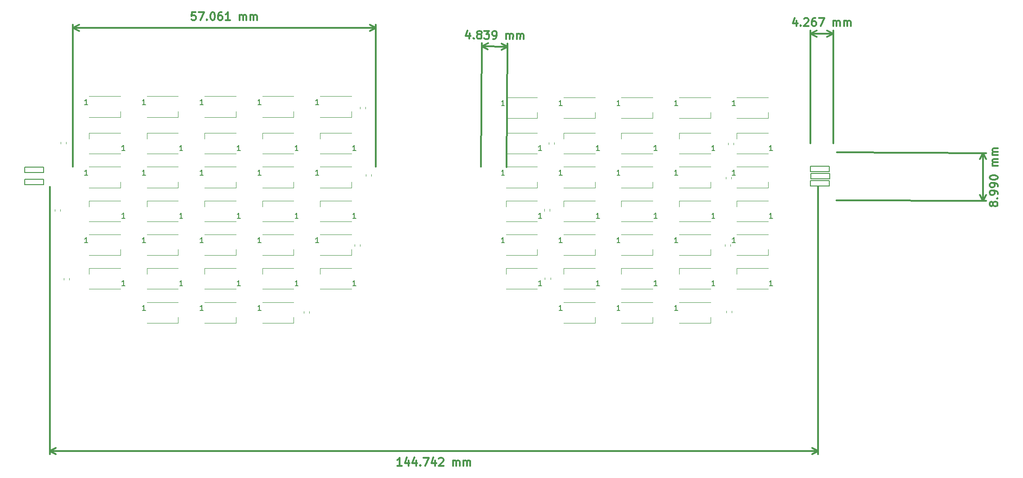
<source format=gbr>
G04 #@! TF.GenerationSoftware,KiCad,Pcbnew,(5.0.1)-3*
G04 #@! TF.CreationDate,2019-10-19T12:43:43+10:30*
G04 #@! TF.ProjectId,LED Glasses v2,4C454420476C61737365732076322E6B,rev?*
G04 #@! TF.SameCoordinates,Original*
G04 #@! TF.FileFunction,Legend,Top*
G04 #@! TF.FilePolarity,Positive*
%FSLAX46Y46*%
G04 Gerber Fmt 4.6, Leading zero omitted, Abs format (unit mm)*
G04 Created by KiCad (PCBNEW (5.0.1)-3) date 19/10/2019 12:43:43 PM*
%MOMM*%
%LPD*%
G01*
G04 APERTURE LIST*
%ADD10C,0.300000*%
%ADD11C,0.120000*%
%ADD12C,0.150000*%
G04 APERTURE END LIST*
D10*
X232290400Y-72614585D02*
X232290400Y-73614585D01*
X231933257Y-72043156D02*
X231576115Y-73114585D01*
X232504686Y-73114585D01*
X233076115Y-73471728D02*
X233147543Y-73543156D01*
X233076115Y-73614585D01*
X233004686Y-73543156D01*
X233076115Y-73471728D01*
X233076115Y-73614585D01*
X233718972Y-72257442D02*
X233790400Y-72186014D01*
X233933257Y-72114585D01*
X234290400Y-72114585D01*
X234433257Y-72186014D01*
X234504686Y-72257442D01*
X234576115Y-72400299D01*
X234576115Y-72543156D01*
X234504686Y-72757442D01*
X233647543Y-73614585D01*
X234576115Y-73614585D01*
X235861829Y-72114585D02*
X235576115Y-72114585D01*
X235433257Y-72186014D01*
X235361829Y-72257442D01*
X235218972Y-72471728D01*
X235147543Y-72757442D01*
X235147543Y-73328871D01*
X235218972Y-73471728D01*
X235290400Y-73543156D01*
X235433257Y-73614585D01*
X235718972Y-73614585D01*
X235861829Y-73543156D01*
X235933257Y-73471728D01*
X236004686Y-73328871D01*
X236004686Y-72971728D01*
X235933257Y-72828871D01*
X235861829Y-72757442D01*
X235718972Y-72686014D01*
X235433257Y-72686014D01*
X235290400Y-72757442D01*
X235218972Y-72828871D01*
X235147543Y-72971728D01*
X236504686Y-72114585D02*
X237504686Y-72114585D01*
X236861829Y-73614585D01*
X239218972Y-73614585D02*
X239218972Y-72614585D01*
X239218972Y-72757442D02*
X239290400Y-72686014D01*
X239433257Y-72614585D01*
X239647543Y-72614585D01*
X239790400Y-72686014D01*
X239861829Y-72828871D01*
X239861829Y-73614585D01*
X239861829Y-72828871D02*
X239933257Y-72686014D01*
X240076115Y-72614585D01*
X240290400Y-72614585D01*
X240433257Y-72686014D01*
X240504686Y-72828871D01*
X240504686Y-73614585D01*
X241218972Y-73614585D02*
X241218972Y-72614585D01*
X241218972Y-72757442D02*
X241290400Y-72686014D01*
X241433257Y-72614585D01*
X241647543Y-72614585D01*
X241790400Y-72686014D01*
X241861829Y-72828871D01*
X241861829Y-73614585D01*
X241861829Y-72828871D02*
X241933257Y-72686014D01*
X242076115Y-72614585D01*
X242290400Y-72614585D01*
X242433257Y-72686014D01*
X242504686Y-72828871D01*
X242504686Y-73614585D01*
X239209715Y-75036014D02*
X234942515Y-75036014D01*
X239209715Y-95724314D02*
X239209715Y-74449593D01*
X234942515Y-95724314D02*
X234942515Y-74449593D01*
X234942515Y-75036014D02*
X236069019Y-74449593D01*
X234942515Y-75036014D02*
X236069019Y-75622435D01*
X239209715Y-75036014D02*
X238083211Y-74449593D01*
X239209715Y-75036014D02*
X238083211Y-75622435D01*
X269306914Y-107288862D02*
X269234789Y-107431369D01*
X269163013Y-107502448D01*
X269019809Y-107573178D01*
X268948381Y-107572830D01*
X268805874Y-107500705D01*
X268734795Y-107428929D01*
X268664064Y-107285725D01*
X268665459Y-107000014D01*
X268737584Y-106857507D01*
X268809360Y-106786428D01*
X268952564Y-106715697D01*
X269023992Y-106716046D01*
X269166498Y-106788171D01*
X269237578Y-106859947D01*
X269308308Y-107003151D01*
X269306914Y-107288862D01*
X269377645Y-107432066D01*
X269448724Y-107503842D01*
X269591231Y-107575967D01*
X269876941Y-107577361D01*
X270020145Y-107506631D01*
X270091922Y-107435551D01*
X270164047Y-107293044D01*
X270165441Y-107007334D01*
X270094710Y-106864130D01*
X270023631Y-106792353D01*
X269881124Y-106720228D01*
X269595413Y-106718834D01*
X269452209Y-106789565D01*
X269380433Y-106860644D01*
X269308308Y-107003151D01*
X270027117Y-106078076D02*
X270098893Y-106006997D01*
X270169972Y-106078773D01*
X270098196Y-106149852D01*
X270027117Y-106078076D01*
X270169972Y-106078773D01*
X270173806Y-105293068D02*
X270175201Y-105007357D01*
X270104470Y-104864153D01*
X270033391Y-104792377D01*
X269819805Y-104648476D01*
X269534443Y-104575654D01*
X268963021Y-104572865D01*
X268819817Y-104643596D01*
X268748041Y-104714675D01*
X268675916Y-104857182D01*
X268674521Y-105142893D01*
X268745252Y-105286097D01*
X268816331Y-105357873D01*
X268958838Y-105429998D01*
X269315977Y-105431741D01*
X269459181Y-105361010D01*
X269530957Y-105289931D01*
X269603082Y-105147424D01*
X269604476Y-104861713D01*
X269533745Y-104718509D01*
X269462666Y-104646733D01*
X269320159Y-104574608D01*
X270180778Y-103864514D02*
X270182172Y-103578803D01*
X270111441Y-103435599D01*
X270040362Y-103363823D01*
X269826776Y-103219922D01*
X269541414Y-103147100D01*
X268969992Y-103144311D01*
X268826788Y-103215042D01*
X268755012Y-103286121D01*
X268682887Y-103428628D01*
X268681493Y-103714339D01*
X268752223Y-103857543D01*
X268823302Y-103929319D01*
X268965809Y-104001444D01*
X269322948Y-104003187D01*
X269466152Y-103932456D01*
X269537928Y-103861377D01*
X269610053Y-103718870D01*
X269611447Y-103433159D01*
X269540717Y-103289955D01*
X269469638Y-103218179D01*
X269327131Y-103146054D01*
X268688813Y-102214356D02*
X268689510Y-102071501D01*
X268761635Y-101928994D01*
X268833411Y-101857915D01*
X268976615Y-101787184D01*
X269262674Y-101717151D01*
X269619813Y-101718894D01*
X269905175Y-101791716D01*
X270047682Y-101863841D01*
X270118761Y-101935617D01*
X270189492Y-102078821D01*
X270188795Y-102221676D01*
X270116670Y-102364183D01*
X270044894Y-102435262D01*
X269901690Y-102505993D01*
X269615630Y-102576026D01*
X269258492Y-102574284D01*
X268973129Y-102501462D01*
X268830622Y-102429337D01*
X268759543Y-102357560D01*
X268688813Y-102214356D01*
X270199949Y-99935989D02*
X269199961Y-99931109D01*
X269342816Y-99931806D02*
X269271737Y-99860030D01*
X269201006Y-99716826D01*
X269202052Y-99502543D01*
X269274177Y-99360036D01*
X269417381Y-99289306D01*
X270203086Y-99293140D01*
X269417381Y-99289306D02*
X269274874Y-99217181D01*
X269204143Y-99073977D01*
X269205189Y-98859694D01*
X269277314Y-98717187D01*
X269420518Y-98646456D01*
X270206223Y-98650290D01*
X270209709Y-97936013D02*
X269209721Y-97931133D01*
X269352576Y-97931830D02*
X269281497Y-97860054D01*
X269210766Y-97716850D01*
X269211812Y-97502567D01*
X269283937Y-97360060D01*
X269427141Y-97289329D01*
X270212846Y-97293164D01*
X269427141Y-97289329D02*
X269284634Y-97217204D01*
X269213903Y-97074000D01*
X269214949Y-96859717D01*
X269287074Y-96717210D01*
X269430278Y-96646480D01*
X270215983Y-96650314D01*
X267432890Y-97570146D02*
X267389018Y-106560379D01*
X239896072Y-97435767D02*
X268019304Y-97573007D01*
X239852200Y-106426000D02*
X267975432Y-106563240D01*
X267389018Y-106560379D02*
X266808101Y-105431027D01*
X267389018Y-106560379D02*
X267980929Y-105436750D01*
X267432890Y-97570146D02*
X266840979Y-98693775D01*
X267432890Y-97570146D02*
X268013807Y-98699498D01*
X157928195Y-156487535D02*
X157071052Y-156487535D01*
X157499624Y-156487535D02*
X157499624Y-154987535D01*
X157356766Y-155201821D01*
X157213909Y-155344678D01*
X157071052Y-155416106D01*
X159213909Y-155487535D02*
X159213909Y-156487535D01*
X158856766Y-154916106D02*
X158499624Y-155987535D01*
X159428195Y-155987535D01*
X160642481Y-155487535D02*
X160642481Y-156487535D01*
X160285338Y-154916106D02*
X159928195Y-155987535D01*
X160856766Y-155987535D01*
X161428195Y-156344678D02*
X161499624Y-156416106D01*
X161428195Y-156487535D01*
X161356766Y-156416106D01*
X161428195Y-156344678D01*
X161428195Y-156487535D01*
X161999624Y-154987535D02*
X162999624Y-154987535D01*
X162356766Y-156487535D01*
X164213909Y-155487535D02*
X164213909Y-156487535D01*
X163856766Y-154916106D02*
X163499624Y-155987535D01*
X164428195Y-155987535D01*
X164928195Y-155130392D02*
X164999624Y-155058964D01*
X165142481Y-154987535D01*
X165499624Y-154987535D01*
X165642481Y-155058964D01*
X165713909Y-155130392D01*
X165785338Y-155273249D01*
X165785338Y-155416106D01*
X165713909Y-155630392D01*
X164856766Y-156487535D01*
X165785338Y-156487535D01*
X167571052Y-156487535D02*
X167571052Y-155487535D01*
X167571052Y-155630392D02*
X167642481Y-155558964D01*
X167785338Y-155487535D01*
X167999624Y-155487535D01*
X168142481Y-155558964D01*
X168213909Y-155701821D01*
X168213909Y-156487535D01*
X168213909Y-155701821D02*
X168285338Y-155558964D01*
X168428195Y-155487535D01*
X168642481Y-155487535D01*
X168785338Y-155558964D01*
X168856766Y-155701821D01*
X168856766Y-156487535D01*
X169571052Y-156487535D02*
X169571052Y-155487535D01*
X169571052Y-155630392D02*
X169642481Y-155558964D01*
X169785338Y-155487535D01*
X169999624Y-155487535D01*
X170142481Y-155558964D01*
X170213909Y-155701821D01*
X170213909Y-156487535D01*
X170213909Y-155701821D02*
X170285338Y-155558964D01*
X170428195Y-155487535D01*
X170642481Y-155487535D01*
X170785338Y-155558964D01*
X170856766Y-155701821D01*
X170856766Y-156487535D01*
X91628674Y-153708964D02*
X236370574Y-153708964D01*
X91628674Y-103886864D02*
X91628674Y-154295385D01*
X236370574Y-103886864D02*
X236370574Y-154295385D01*
X236370574Y-153708964D02*
X235244070Y-154295385D01*
X236370574Y-153708964D02*
X235244070Y-153122543D01*
X91628674Y-153708964D02*
X92755178Y-154295385D01*
X91628674Y-153708964D02*
X92755178Y-153122543D01*
X119099762Y-70998606D02*
X118385476Y-70998447D01*
X118313889Y-71712717D01*
X118385333Y-71641304D01*
X118528206Y-71569907D01*
X118885349Y-71569987D01*
X119028190Y-71641447D01*
X119099603Y-71712891D01*
X119171000Y-71855764D01*
X119170920Y-72212907D01*
X119099460Y-72355749D01*
X119028016Y-72427161D01*
X118885142Y-72498558D01*
X118528000Y-72498479D01*
X118385158Y-72427018D01*
X118313746Y-72355574D01*
X119671191Y-70998733D02*
X120671191Y-70998955D01*
X120028000Y-72498812D01*
X121242317Y-72356225D02*
X121313730Y-72427670D01*
X121242285Y-72499083D01*
X121170873Y-72427638D01*
X121242317Y-72356225D01*
X121242285Y-72499083D01*
X122242619Y-70999305D02*
X122385476Y-70999337D01*
X122528317Y-71070797D01*
X122599730Y-71142242D01*
X122671127Y-71285115D01*
X122742492Y-71570845D01*
X122742412Y-71927988D01*
X122670920Y-72213686D01*
X122599460Y-72356528D01*
X122528015Y-72427940D01*
X122385142Y-72499337D01*
X122242285Y-72499305D01*
X122099444Y-72427845D01*
X122028031Y-72356400D01*
X121956635Y-72213527D01*
X121885270Y-71927797D01*
X121885349Y-71570654D01*
X121956841Y-71284956D01*
X122028302Y-71142115D01*
X122099746Y-71070702D01*
X122242619Y-70999305D01*
X124028333Y-70999703D02*
X123742619Y-70999639D01*
X123599746Y-71071036D01*
X123528302Y-71142449D01*
X123385397Y-71356702D01*
X123313905Y-71642401D01*
X123313777Y-72213829D01*
X123385174Y-72356702D01*
X123456587Y-72428147D01*
X123599428Y-72499607D01*
X123885142Y-72499671D01*
X124028015Y-72428274D01*
X124099460Y-72356861D01*
X124170920Y-72214020D01*
X124171000Y-71856877D01*
X124099603Y-71714004D01*
X124028190Y-71642560D01*
X123885349Y-71571099D01*
X123599635Y-71571036D01*
X123456762Y-71642433D01*
X123385317Y-71713845D01*
X123313857Y-71856687D01*
X125599428Y-72500052D02*
X124742285Y-72499862D01*
X125170857Y-72499957D02*
X125171190Y-70999957D01*
X125028286Y-71214211D01*
X124885397Y-71357036D01*
X124742524Y-71428433D01*
X127385142Y-72500450D02*
X127385365Y-71500450D01*
X127385333Y-71643307D02*
X127456777Y-71571894D01*
X127599651Y-71500498D01*
X127813936Y-71500545D01*
X127956777Y-71572006D01*
X128028174Y-71714879D01*
X128027999Y-72500593D01*
X128028174Y-71714879D02*
X128099635Y-71572037D01*
X128242508Y-71500641D01*
X128456793Y-71500688D01*
X128599635Y-71572149D01*
X128671031Y-71715022D01*
X128670857Y-72500736D01*
X129385142Y-72500895D02*
X129385365Y-71500895D01*
X129385333Y-71643752D02*
X129456777Y-71572339D01*
X129599650Y-71500943D01*
X129813936Y-71500990D01*
X129956777Y-71572451D01*
X130028174Y-71715324D01*
X130027999Y-72501038D01*
X130028174Y-71715324D02*
X130099635Y-71572483D01*
X130242508Y-71501086D01*
X130456793Y-71501133D01*
X130599635Y-71572594D01*
X130671031Y-71715467D01*
X130670856Y-72501181D01*
X95997134Y-73914893D02*
X153058234Y-73927593D01*
X95991300Y-100126800D02*
X95997264Y-73328472D01*
X153052400Y-100139500D02*
X153058364Y-73341172D01*
X153058234Y-73927593D02*
X151931600Y-74513763D01*
X153058234Y-73927593D02*
X151931861Y-73340922D01*
X95997134Y-73914893D02*
X97123507Y-74501564D01*
X95997134Y-73914893D02*
X97123768Y-73328723D01*
X170691169Y-75002121D02*
X170683296Y-76002090D01*
X170338537Y-74427898D02*
X169972969Y-75496482D01*
X170901512Y-75503793D01*
X171470110Y-75865424D02*
X171540974Y-75937413D01*
X171468986Y-76008277D01*
X171398122Y-75936288D01*
X171470110Y-75865424D01*
X171468986Y-76008277D01*
X172404277Y-75158472D02*
X172261987Y-75085921D01*
X172191123Y-75013932D01*
X172120821Y-74870517D01*
X172121384Y-74799090D01*
X172193935Y-74656800D01*
X172265924Y-74585936D01*
X172409339Y-74515635D01*
X172695044Y-74517884D01*
X172837335Y-74590435D01*
X172908199Y-74662424D01*
X172978500Y-74805839D01*
X172977938Y-74877266D01*
X172905386Y-75019556D01*
X172833398Y-75090420D01*
X172689983Y-75160722D01*
X172404277Y-75158472D01*
X172260862Y-75228773D01*
X172188873Y-75299637D01*
X172116322Y-75441928D01*
X172114072Y-75727633D01*
X172184374Y-75871048D01*
X172255238Y-75943037D01*
X172397528Y-76015588D01*
X172683234Y-76017838D01*
X172826649Y-75947536D01*
X172898638Y-75876672D01*
X172971189Y-75734382D01*
X172973438Y-75448677D01*
X172903137Y-75305261D01*
X172832273Y-75233273D01*
X172689983Y-75160722D01*
X173480734Y-74524071D02*
X174409277Y-74531382D01*
X173904793Y-75098856D01*
X174119072Y-75100543D01*
X174261362Y-75173095D01*
X174332226Y-75245083D01*
X174402528Y-75388498D01*
X174399716Y-75745630D01*
X174327165Y-75887921D01*
X174255176Y-75958785D01*
X174111761Y-76029086D01*
X173683203Y-76025712D01*
X173540912Y-75953160D01*
X173470048Y-75881172D01*
X175111730Y-76036960D02*
X175397435Y-76039209D01*
X175540850Y-75968908D01*
X175612839Y-75898044D01*
X175757379Y-75684890D01*
X175831055Y-75399747D01*
X175835554Y-74828336D01*
X175765253Y-74684921D01*
X175694389Y-74612932D01*
X175552099Y-74540381D01*
X175266393Y-74538131D01*
X175122978Y-74608433D01*
X175050989Y-74679297D01*
X174978438Y-74821587D01*
X174975626Y-75178719D01*
X175045928Y-75322134D01*
X175116792Y-75394123D01*
X175259082Y-75466674D01*
X175544787Y-75468923D01*
X175688202Y-75398622D01*
X175760191Y-75327758D01*
X175832742Y-75185468D01*
X177611652Y-76056644D02*
X177619526Y-75056675D01*
X177618401Y-75199528D02*
X177690390Y-75128664D01*
X177833805Y-75058362D01*
X178048084Y-75060050D01*
X178190375Y-75132601D01*
X178260676Y-75276016D01*
X178254490Y-76061706D01*
X178260676Y-75276016D02*
X178333227Y-75133726D01*
X178476642Y-75063424D01*
X178690921Y-75065111D01*
X178833212Y-75137663D01*
X178903513Y-75281078D01*
X178897327Y-76066768D01*
X179611590Y-76072392D02*
X179619464Y-75072423D01*
X179618339Y-75215276D02*
X179690328Y-75144412D01*
X179833743Y-75074110D01*
X180048022Y-75075797D01*
X180190313Y-75148348D01*
X180260614Y-75291764D01*
X180254428Y-76077454D01*
X180260614Y-75291764D02*
X180333165Y-75149473D01*
X180476580Y-75079172D01*
X180690859Y-75080859D01*
X180833150Y-75153410D01*
X180903451Y-75296825D01*
X180897265Y-76082515D01*
X177877020Y-77480207D02*
X173038320Y-77442107D01*
X177698400Y-100164900D02*
X177881637Y-76893805D01*
X172859700Y-100126800D02*
X173042937Y-76855705D01*
X173038320Y-77442107D02*
X174169406Y-76864574D01*
X173038320Y-77442107D02*
X174160171Y-78037379D01*
X177877020Y-77480207D02*
X176755169Y-76884935D01*
X177877020Y-77480207D02*
X176745934Y-78057740D01*
D11*
G04 #@! TO.C,D53*
X205200000Y-104050000D02*
X205200000Y-102975000D01*
X199300000Y-104050000D02*
X205200000Y-104050000D01*
X199300000Y-100150000D02*
X205200000Y-100150000D01*
D12*
G04 #@! TO.C,J4*
X238493300Y-102768400D02*
X234937300Y-102768400D01*
X238493300Y-103784400D02*
X238493300Y-102768400D01*
X234937300Y-103784400D02*
X238493300Y-103784400D01*
X234937300Y-102768400D02*
X234937300Y-103784400D01*
G04 #@! TO.C,J5*
X234873800Y-100063300D02*
X234873800Y-101079300D01*
X234873800Y-101079300D02*
X238429800Y-101079300D01*
X238429800Y-101079300D02*
X238429800Y-100063300D01*
X238429800Y-100063300D02*
X234873800Y-100063300D01*
G04 #@! TO.C,J2*
X90474800Y-100152200D02*
X86918800Y-100152200D01*
X90474800Y-101168200D02*
X90474800Y-100152200D01*
X86918800Y-101168200D02*
X90474800Y-101168200D01*
X86918800Y-100152200D02*
X86918800Y-101168200D01*
G04 #@! TO.C,J3*
X86918800Y-102501700D02*
X86918800Y-103517700D01*
X86918800Y-103517700D02*
X90474800Y-103517700D01*
X90474800Y-103517700D02*
X90474800Y-102501700D01*
X90474800Y-102501700D02*
X86918800Y-102501700D01*
G04 #@! TO.C,J1*
X234952209Y-101409570D02*
X234952209Y-102425570D01*
X234952209Y-102425570D02*
X238508209Y-102425570D01*
X238508209Y-102425570D02*
X238508209Y-101409570D01*
X238508209Y-101409570D02*
X234952209Y-101409570D01*
D11*
G04 #@! TO.C,D51*
X188425000Y-125650000D02*
X194325000Y-125650000D01*
X188425000Y-129550000D02*
X194325000Y-129550000D01*
X194325000Y-129550000D02*
X194325000Y-128475000D01*
G04 #@! TO.C,C1*
X93673200Y-95827667D02*
X93673200Y-95485133D01*
X94693200Y-95827667D02*
X94693200Y-95485133D01*
G04 #@! TO.C,C14*
X220461300Y-95954667D02*
X220461300Y-95612133D01*
X219441300Y-95954667D02*
X219441300Y-95612133D01*
G04 #@! TO.C,C13*
X151153400Y-101582433D02*
X151153400Y-101924967D01*
X152173400Y-101582433D02*
X152173400Y-101924967D01*
G04 #@! TO.C,C12*
X151119300Y-88817633D02*
X151119300Y-89160167D01*
X150099300Y-88817633D02*
X150099300Y-89160167D01*
G04 #@! TO.C,C11*
X219877100Y-114751033D02*
X219877100Y-115093567D01*
X218857100Y-114751033D02*
X218857100Y-115093567D01*
G04 #@! TO.C,C10*
X218984100Y-102076433D02*
X218984100Y-102418967D01*
X220004100Y-102076433D02*
X220004100Y-102418967D01*
G04 #@! TO.C,C8*
X184910000Y-121329267D02*
X184910000Y-120986733D01*
X185930000Y-121329267D02*
X185930000Y-120986733D01*
G04 #@! TO.C,C7*
X185841100Y-108451467D02*
X185841100Y-108108933D01*
X184821100Y-108451467D02*
X184821100Y-108108933D01*
G04 #@! TO.C,C6*
X185595800Y-95853067D02*
X185595800Y-95510533D01*
X186615800Y-95853067D02*
X186615800Y-95510533D01*
G04 #@! TO.C,C5*
X150090600Y-114777733D02*
X150090600Y-115120267D01*
X149070600Y-114777733D02*
X149070600Y-115120267D01*
G04 #@! TO.C,C4*
X139482100Y-127336733D02*
X139482100Y-127679267D01*
X140502100Y-127336733D02*
X140502100Y-127679267D01*
G04 #@! TO.C,C3*
X95328200Y-121419467D02*
X95328200Y-121076933D01*
X94308200Y-121419467D02*
X94308200Y-121076933D01*
G04 #@! TO.C,C2*
X92555600Y-108489567D02*
X92555600Y-108147033D01*
X93575600Y-108489567D02*
X93575600Y-108147033D01*
G04 #@! TO.C,C9*
X220118400Y-127324033D02*
X220118400Y-127666567D01*
X219098400Y-127324033D02*
X219098400Y-127666567D01*
G04 #@! TO.C,D1*
X99050000Y-86856144D02*
X104950000Y-86856144D01*
X99050000Y-90756144D02*
X104950000Y-90756144D01*
X104950000Y-90756144D02*
X104950000Y-89681144D01*
G04 #@! TO.C,D2*
X115825000Y-90756144D02*
X115825000Y-89681144D01*
X109925000Y-90756144D02*
X115825000Y-90756144D01*
X109925000Y-86856144D02*
X115825000Y-86856144D01*
G04 #@! TO.C,D3*
X120800000Y-86856144D02*
X126700000Y-86856144D01*
X120800000Y-90756144D02*
X126700000Y-90756144D01*
X126700000Y-90756144D02*
X126700000Y-89681144D01*
G04 #@! TO.C,D4*
X137575000Y-90756144D02*
X137575000Y-89681144D01*
X131675000Y-90756144D02*
X137575000Y-90756144D01*
X131675000Y-86856144D02*
X137575000Y-86856144D01*
G04 #@! TO.C,D5*
X104950000Y-97690000D02*
X99050000Y-97690000D01*
X104950000Y-93790000D02*
X99050000Y-93790000D01*
X99050000Y-93790000D02*
X99050000Y-94865000D01*
G04 #@! TO.C,D6*
X104950000Y-104050000D02*
X104950000Y-102975000D01*
X99050000Y-104050000D02*
X104950000Y-104050000D01*
X99050000Y-100150000D02*
X104950000Y-100150000D01*
G04 #@! TO.C,D7*
X99050000Y-106530000D02*
X99050000Y-107605000D01*
X104950000Y-106530000D02*
X99050000Y-106530000D01*
X104950000Y-110430000D02*
X99050000Y-110430000D01*
G04 #@! TO.C,D8*
X104950000Y-116800000D02*
X104950000Y-115725000D01*
X99050000Y-116800000D02*
X104950000Y-116800000D01*
X99050000Y-112900000D02*
X104950000Y-112900000D01*
G04 #@! TO.C,D9*
X104950000Y-123150000D02*
X99050000Y-123150000D01*
X104950000Y-119250000D02*
X99050000Y-119250000D01*
X99050000Y-119250000D02*
X99050000Y-120325000D01*
G04 #@! TO.C,D10*
X109925000Y-93790000D02*
X109925000Y-94865000D01*
X115825000Y-93790000D02*
X109925000Y-93790000D01*
X115825000Y-97690000D02*
X109925000Y-97690000D01*
G04 #@! TO.C,D11*
X109925000Y-100150000D02*
X115825000Y-100150000D01*
X109925000Y-104050000D02*
X115825000Y-104050000D01*
X115825000Y-104050000D02*
X115825000Y-102975000D01*
G04 #@! TO.C,D12*
X115825000Y-110430000D02*
X109925000Y-110430000D01*
X115825000Y-106530000D02*
X109925000Y-106530000D01*
X109925000Y-106530000D02*
X109925000Y-107605000D01*
G04 #@! TO.C,D13*
X109925000Y-112900000D02*
X115825000Y-112900000D01*
X109925000Y-116800000D02*
X115825000Y-116800000D01*
X115825000Y-116800000D02*
X115825000Y-115725000D01*
G04 #@! TO.C,D14*
X109925000Y-119250000D02*
X109925000Y-120325000D01*
X115825000Y-119250000D02*
X109925000Y-119250000D01*
X115825000Y-123150000D02*
X109925000Y-123150000D01*
G04 #@! TO.C,D15*
X109925000Y-125650000D02*
X115825000Y-125650000D01*
X109925000Y-129550000D02*
X115825000Y-129550000D01*
X115825000Y-129550000D02*
X115825000Y-128475000D01*
G04 #@! TO.C,D16*
X126700000Y-97690000D02*
X120800000Y-97690000D01*
X126700000Y-93790000D02*
X120800000Y-93790000D01*
X120800000Y-93790000D02*
X120800000Y-94865000D01*
G04 #@! TO.C,D17*
X126700000Y-104050000D02*
X126700000Y-102975000D01*
X120800000Y-104050000D02*
X126700000Y-104050000D01*
X120800000Y-100150000D02*
X126700000Y-100150000D01*
G04 #@! TO.C,D18*
X120800000Y-106530000D02*
X120800000Y-107605000D01*
X126700000Y-106530000D02*
X120800000Y-106530000D01*
X126700000Y-110430000D02*
X120800000Y-110430000D01*
G04 #@! TO.C,D19*
X126700000Y-116800000D02*
X126700000Y-115725000D01*
X120800000Y-116800000D02*
X126700000Y-116800000D01*
X120800000Y-112900000D02*
X126700000Y-112900000D01*
G04 #@! TO.C,D20*
X120800000Y-119250000D02*
X120800000Y-120325000D01*
X126700000Y-119250000D02*
X120800000Y-119250000D01*
X126700000Y-123150000D02*
X120800000Y-123150000D01*
G04 #@! TO.C,D21*
X126700000Y-129550000D02*
X126700000Y-128475000D01*
X120800000Y-129550000D02*
X126700000Y-129550000D01*
X120800000Y-125650000D02*
X126700000Y-125650000D01*
G04 #@! TO.C,D22*
X137575000Y-97690000D02*
X131675000Y-97690000D01*
X137575000Y-93790000D02*
X131675000Y-93790000D01*
X131675000Y-93790000D02*
X131675000Y-94865000D01*
G04 #@! TO.C,D23*
X131675000Y-100150000D02*
X137575000Y-100150000D01*
X131675000Y-104050000D02*
X137575000Y-104050000D01*
X137575000Y-104050000D02*
X137575000Y-102975000D01*
G04 #@! TO.C,D24*
X137575000Y-110430000D02*
X131675000Y-110430000D01*
X137575000Y-106530000D02*
X131675000Y-106530000D01*
X131675000Y-106530000D02*
X131675000Y-107605000D01*
G04 #@! TO.C,D25*
X131675000Y-112900000D02*
X137575000Y-112900000D01*
X131675000Y-116800000D02*
X137575000Y-116800000D01*
X137575000Y-116800000D02*
X137575000Y-115725000D01*
G04 #@! TO.C,D26*
X137575000Y-123150000D02*
X131675000Y-123150000D01*
X137575000Y-119250000D02*
X131675000Y-119250000D01*
X131675000Y-119250000D02*
X131675000Y-120325000D01*
G04 #@! TO.C,D27*
X131675000Y-125650000D02*
X137575000Y-125650000D01*
X131675000Y-129550000D02*
X137575000Y-129550000D01*
X137575000Y-129550000D02*
X137575000Y-128475000D01*
G04 #@! TO.C,D28*
X148450000Y-97690000D02*
X142550000Y-97690000D01*
X148450000Y-93790000D02*
X142550000Y-93790000D01*
X142550000Y-93790000D02*
X142550000Y-94865000D01*
G04 #@! TO.C,D29*
X148450000Y-104050000D02*
X148450000Y-102975000D01*
X142550000Y-104050000D02*
X148450000Y-104050000D01*
X142550000Y-100150000D02*
X148450000Y-100150000D01*
G04 #@! TO.C,D30*
X142550000Y-106530000D02*
X142550000Y-107605000D01*
X148450000Y-106530000D02*
X142550000Y-106530000D01*
X148450000Y-110430000D02*
X142550000Y-110430000D01*
G04 #@! TO.C,D31*
X148450000Y-116800000D02*
X148450000Y-115725000D01*
X142550000Y-116800000D02*
X148450000Y-116800000D01*
X142550000Y-112900000D02*
X148450000Y-112900000D01*
G04 #@! TO.C,D32*
X142550000Y-119250000D02*
X142550000Y-120325000D01*
X148450000Y-119250000D02*
X142550000Y-119250000D01*
X148450000Y-123150000D02*
X142550000Y-123150000D01*
G04 #@! TO.C,D33*
X142550000Y-86856144D02*
X148450000Y-86856144D01*
X142550000Y-90756144D02*
X148450000Y-90756144D01*
X148450000Y-90756144D02*
X148450000Y-89681144D01*
G04 #@! TO.C,D34*
X183450000Y-90950000D02*
X183450000Y-89875000D01*
X177550000Y-90950000D02*
X183450000Y-90950000D01*
X177550000Y-87050000D02*
X183450000Y-87050000D01*
G04 #@! TO.C,D35*
X188425000Y-87050000D02*
X194325000Y-87050000D01*
X188425000Y-90950000D02*
X194325000Y-90950000D01*
X194325000Y-90950000D02*
X194325000Y-89875000D01*
G04 #@! TO.C,D36*
X205200000Y-90950000D02*
X205200000Y-89875000D01*
X199300000Y-90950000D02*
X205200000Y-90950000D01*
X199300000Y-87050000D02*
X205200000Y-87050000D01*
G04 #@! TO.C,D37*
X210175000Y-87050000D02*
X216075000Y-87050000D01*
X210175000Y-90950000D02*
X216075000Y-90950000D01*
X216075000Y-90950000D02*
X216075000Y-89875000D01*
G04 #@! TO.C,D38*
X226950000Y-90950000D02*
X226950000Y-89875000D01*
X221050000Y-90950000D02*
X226950000Y-90950000D01*
X221050000Y-87050000D02*
X226950000Y-87050000D01*
G04 #@! TO.C,D41*
X183450000Y-97690000D02*
X177550000Y-97690000D01*
X183450000Y-93790000D02*
X177550000Y-93790000D01*
X177550000Y-93790000D02*
X177550000Y-94865000D01*
G04 #@! TO.C,D42*
X183450000Y-104050000D02*
X183450000Y-102975000D01*
X177550000Y-104050000D02*
X183450000Y-104050000D01*
X177550000Y-100150000D02*
X183450000Y-100150000D01*
G04 #@! TO.C,D43*
X183450000Y-110430000D02*
X177550000Y-110430000D01*
X183450000Y-106530000D02*
X177550000Y-106530000D01*
X177550000Y-106530000D02*
X177550000Y-107605000D01*
G04 #@! TO.C,D44*
X183450000Y-116800000D02*
X183450000Y-115725000D01*
X177550000Y-116800000D02*
X183450000Y-116800000D01*
X177550000Y-112900000D02*
X183450000Y-112900000D01*
G04 #@! TO.C,D45*
X177550000Y-119250000D02*
X177550000Y-120325000D01*
X183450000Y-119250000D02*
X177550000Y-119250000D01*
X183450000Y-123150000D02*
X177550000Y-123150000D01*
G04 #@! TO.C,D46*
X188425000Y-93790000D02*
X188425000Y-94865000D01*
X194325000Y-93790000D02*
X188425000Y-93790000D01*
X194325000Y-97690000D02*
X188425000Y-97690000D01*
G04 #@! TO.C,D47*
X188425000Y-100150000D02*
X194325000Y-100150000D01*
X188425000Y-104050000D02*
X194325000Y-104050000D01*
X194325000Y-104050000D02*
X194325000Y-102975000D01*
G04 #@! TO.C,D48*
X194325000Y-110430000D02*
X188425000Y-110430000D01*
X194325000Y-106530000D02*
X188425000Y-106530000D01*
X188425000Y-106530000D02*
X188425000Y-107605000D01*
G04 #@! TO.C,D49*
X194325000Y-116800000D02*
X194325000Y-115725000D01*
X188425000Y-116800000D02*
X194325000Y-116800000D01*
X188425000Y-112900000D02*
X194325000Y-112900000D01*
G04 #@! TO.C,D50*
X188425000Y-119250000D02*
X188425000Y-120325000D01*
X194325000Y-119250000D02*
X188425000Y-119250000D01*
X194325000Y-123150000D02*
X188425000Y-123150000D01*
G04 #@! TO.C,D52*
X205200000Y-97690000D02*
X199300000Y-97690000D01*
X205200000Y-93790000D02*
X199300000Y-93790000D01*
X199300000Y-93790000D02*
X199300000Y-94865000D01*
G04 #@! TO.C,D54*
X205200000Y-110430000D02*
X199300000Y-110430000D01*
X205200000Y-106530000D02*
X199300000Y-106530000D01*
X199300000Y-106530000D02*
X199300000Y-107605000D01*
G04 #@! TO.C,D55*
X199300000Y-112900000D02*
X205200000Y-112900000D01*
X199300000Y-116800000D02*
X205200000Y-116800000D01*
X205200000Y-116800000D02*
X205200000Y-115725000D01*
G04 #@! TO.C,D56*
X199300000Y-119250000D02*
X199300000Y-120325000D01*
X205200000Y-119250000D02*
X199300000Y-119250000D01*
X205200000Y-123150000D02*
X199300000Y-123150000D01*
G04 #@! TO.C,D57*
X205200000Y-129550000D02*
X205200000Y-128475000D01*
X199300000Y-129550000D02*
X205200000Y-129550000D01*
X199300000Y-125650000D02*
X205200000Y-125650000D01*
G04 #@! TO.C,D58*
X210175000Y-93790000D02*
X210175000Y-94865000D01*
X216075000Y-93790000D02*
X210175000Y-93790000D01*
X216075000Y-97690000D02*
X210175000Y-97690000D01*
G04 #@! TO.C,D59*
X210175000Y-100150000D02*
X216075000Y-100150000D01*
X210175000Y-104050000D02*
X216075000Y-104050000D01*
X216075000Y-104050000D02*
X216075000Y-102975000D01*
G04 #@! TO.C,D60*
X210175000Y-106530000D02*
X210175000Y-107605000D01*
X216075000Y-106530000D02*
X210175000Y-106530000D01*
X216075000Y-110430000D02*
X210175000Y-110430000D01*
G04 #@! TO.C,D61*
X210175000Y-112900000D02*
X216075000Y-112900000D01*
X210175000Y-116800000D02*
X216075000Y-116800000D01*
X216075000Y-116800000D02*
X216075000Y-115725000D01*
G04 #@! TO.C,D62*
X210175000Y-119250000D02*
X210175000Y-120325000D01*
X216075000Y-119250000D02*
X210175000Y-119250000D01*
X216075000Y-123150000D02*
X210175000Y-123150000D01*
G04 #@! TO.C,D63*
X210175000Y-125650000D02*
X216075000Y-125650000D01*
X210175000Y-129550000D02*
X216075000Y-129550000D01*
X216075000Y-129550000D02*
X216075000Y-128475000D01*
G04 #@! TO.C,D64*
X226950000Y-97690000D02*
X221050000Y-97690000D01*
X226950000Y-93790000D02*
X221050000Y-93790000D01*
X221050000Y-93790000D02*
X221050000Y-94865000D01*
G04 #@! TO.C,D65*
X226950000Y-104050000D02*
X226950000Y-102975000D01*
X221050000Y-104050000D02*
X226950000Y-104050000D01*
X221050000Y-100150000D02*
X226950000Y-100150000D01*
G04 #@! TO.C,D66*
X226950000Y-110430000D02*
X221050000Y-110430000D01*
X226950000Y-106530000D02*
X221050000Y-106530000D01*
X221050000Y-106530000D02*
X221050000Y-107605000D01*
G04 #@! TO.C,D67*
X226950000Y-116800000D02*
X226950000Y-115725000D01*
X221050000Y-116800000D02*
X226950000Y-116800000D01*
X221050000Y-112900000D02*
X226950000Y-112900000D01*
G04 #@! TO.C,D68*
X226950000Y-123150000D02*
X221050000Y-123150000D01*
X226950000Y-119250000D02*
X221050000Y-119250000D01*
X221050000Y-119250000D02*
X221050000Y-120325000D01*
G04 #@! TO.C,D53*
D12*
X199035714Y-101677380D02*
X198464285Y-101677380D01*
X198750000Y-101677380D02*
X198750000Y-100677380D01*
X198654761Y-100820238D01*
X198559523Y-100915476D01*
X198464285Y-100963095D01*
G04 #@! TO.C,D51*
X188160714Y-127177380D02*
X187589285Y-127177380D01*
X187875000Y-127177380D02*
X187875000Y-126177380D01*
X187779761Y-126320238D01*
X187684523Y-126415476D01*
X187589285Y-126463095D01*
G04 #@! TO.C,D1*
X98785714Y-88383524D02*
X98214285Y-88383524D01*
X98500000Y-88383524D02*
X98500000Y-87383524D01*
X98404761Y-87526382D01*
X98309523Y-87621620D01*
X98214285Y-87669239D01*
G04 #@! TO.C,D2*
X109660714Y-88383524D02*
X109089285Y-88383524D01*
X109375000Y-88383524D02*
X109375000Y-87383524D01*
X109279761Y-87526382D01*
X109184523Y-87621620D01*
X109089285Y-87669239D01*
G04 #@! TO.C,D3*
X120535714Y-88383524D02*
X119964285Y-88383524D01*
X120250000Y-88383524D02*
X120250000Y-87383524D01*
X120154761Y-87526382D01*
X120059523Y-87621620D01*
X119964285Y-87669239D01*
G04 #@! TO.C,D4*
X131410714Y-88383524D02*
X130839285Y-88383524D01*
X131125000Y-88383524D02*
X131125000Y-87383524D01*
X131029761Y-87526382D01*
X130934523Y-87621620D01*
X130839285Y-87669239D01*
G04 #@! TO.C,D5*
X105785714Y-97067380D02*
X105214285Y-97067380D01*
X105500000Y-97067380D02*
X105500000Y-96067380D01*
X105404761Y-96210238D01*
X105309523Y-96305476D01*
X105214285Y-96353095D01*
G04 #@! TO.C,D6*
X98785714Y-101677380D02*
X98214285Y-101677380D01*
X98500000Y-101677380D02*
X98500000Y-100677380D01*
X98404761Y-100820238D01*
X98309523Y-100915476D01*
X98214285Y-100963095D01*
G04 #@! TO.C,D7*
X105785714Y-109807380D02*
X105214285Y-109807380D01*
X105500000Y-109807380D02*
X105500000Y-108807380D01*
X105404761Y-108950238D01*
X105309523Y-109045476D01*
X105214285Y-109093095D01*
G04 #@! TO.C,D8*
X98785714Y-114427380D02*
X98214285Y-114427380D01*
X98500000Y-114427380D02*
X98500000Y-113427380D01*
X98404761Y-113570238D01*
X98309523Y-113665476D01*
X98214285Y-113713095D01*
G04 #@! TO.C,D9*
X105785714Y-122527380D02*
X105214285Y-122527380D01*
X105500000Y-122527380D02*
X105500000Y-121527380D01*
X105404761Y-121670238D01*
X105309523Y-121765476D01*
X105214285Y-121813095D01*
G04 #@! TO.C,D10*
X116660714Y-97067380D02*
X116089285Y-97067380D01*
X116375000Y-97067380D02*
X116375000Y-96067380D01*
X116279761Y-96210238D01*
X116184523Y-96305476D01*
X116089285Y-96353095D01*
G04 #@! TO.C,D11*
X109660714Y-101677380D02*
X109089285Y-101677380D01*
X109375000Y-101677380D02*
X109375000Y-100677380D01*
X109279761Y-100820238D01*
X109184523Y-100915476D01*
X109089285Y-100963095D01*
G04 #@! TO.C,D12*
X116660714Y-109807380D02*
X116089285Y-109807380D01*
X116375000Y-109807380D02*
X116375000Y-108807380D01*
X116279761Y-108950238D01*
X116184523Y-109045476D01*
X116089285Y-109093095D01*
G04 #@! TO.C,D13*
X109660714Y-114427380D02*
X109089285Y-114427380D01*
X109375000Y-114427380D02*
X109375000Y-113427380D01*
X109279761Y-113570238D01*
X109184523Y-113665476D01*
X109089285Y-113713095D01*
G04 #@! TO.C,D14*
X116660714Y-122527380D02*
X116089285Y-122527380D01*
X116375000Y-122527380D02*
X116375000Y-121527380D01*
X116279761Y-121670238D01*
X116184523Y-121765476D01*
X116089285Y-121813095D01*
G04 #@! TO.C,D15*
X109660714Y-127177380D02*
X109089285Y-127177380D01*
X109375000Y-127177380D02*
X109375000Y-126177380D01*
X109279761Y-126320238D01*
X109184523Y-126415476D01*
X109089285Y-126463095D01*
G04 #@! TO.C,D16*
X127535714Y-97067380D02*
X126964285Y-97067380D01*
X127250000Y-97067380D02*
X127250000Y-96067380D01*
X127154761Y-96210238D01*
X127059523Y-96305476D01*
X126964285Y-96353095D01*
G04 #@! TO.C,D17*
X120535714Y-101677380D02*
X119964285Y-101677380D01*
X120250000Y-101677380D02*
X120250000Y-100677380D01*
X120154761Y-100820238D01*
X120059523Y-100915476D01*
X119964285Y-100963095D01*
G04 #@! TO.C,D18*
X127535714Y-109807380D02*
X126964285Y-109807380D01*
X127250000Y-109807380D02*
X127250000Y-108807380D01*
X127154761Y-108950238D01*
X127059523Y-109045476D01*
X126964285Y-109093095D01*
G04 #@! TO.C,D19*
X120535714Y-114427380D02*
X119964285Y-114427380D01*
X120250000Y-114427380D02*
X120250000Y-113427380D01*
X120154761Y-113570238D01*
X120059523Y-113665476D01*
X119964285Y-113713095D01*
G04 #@! TO.C,D20*
X127535714Y-122527380D02*
X126964285Y-122527380D01*
X127250000Y-122527380D02*
X127250000Y-121527380D01*
X127154761Y-121670238D01*
X127059523Y-121765476D01*
X126964285Y-121813095D01*
G04 #@! TO.C,D21*
X120535714Y-127177380D02*
X119964285Y-127177380D01*
X120250000Y-127177380D02*
X120250000Y-126177380D01*
X120154761Y-126320238D01*
X120059523Y-126415476D01*
X119964285Y-126463095D01*
G04 #@! TO.C,D22*
X138410714Y-97067380D02*
X137839285Y-97067380D01*
X138125000Y-97067380D02*
X138125000Y-96067380D01*
X138029761Y-96210238D01*
X137934523Y-96305476D01*
X137839285Y-96353095D01*
G04 #@! TO.C,D23*
X131410714Y-101677380D02*
X130839285Y-101677380D01*
X131125000Y-101677380D02*
X131125000Y-100677380D01*
X131029761Y-100820238D01*
X130934523Y-100915476D01*
X130839285Y-100963095D01*
G04 #@! TO.C,D24*
X138410714Y-109807380D02*
X137839285Y-109807380D01*
X138125000Y-109807380D02*
X138125000Y-108807380D01*
X138029761Y-108950238D01*
X137934523Y-109045476D01*
X137839285Y-109093095D01*
G04 #@! TO.C,D25*
X131410714Y-114427380D02*
X130839285Y-114427380D01*
X131125000Y-114427380D02*
X131125000Y-113427380D01*
X131029761Y-113570238D01*
X130934523Y-113665476D01*
X130839285Y-113713095D01*
G04 #@! TO.C,D26*
X138410714Y-122527380D02*
X137839285Y-122527380D01*
X138125000Y-122527380D02*
X138125000Y-121527380D01*
X138029761Y-121670238D01*
X137934523Y-121765476D01*
X137839285Y-121813095D01*
G04 #@! TO.C,D27*
X131410714Y-127177380D02*
X130839285Y-127177380D01*
X131125000Y-127177380D02*
X131125000Y-126177380D01*
X131029761Y-126320238D01*
X130934523Y-126415476D01*
X130839285Y-126463095D01*
G04 #@! TO.C,D28*
X149285714Y-97067380D02*
X148714285Y-97067380D01*
X149000000Y-97067380D02*
X149000000Y-96067380D01*
X148904761Y-96210238D01*
X148809523Y-96305476D01*
X148714285Y-96353095D01*
G04 #@! TO.C,D29*
X142285714Y-101677380D02*
X141714285Y-101677380D01*
X142000000Y-101677380D02*
X142000000Y-100677380D01*
X141904761Y-100820238D01*
X141809523Y-100915476D01*
X141714285Y-100963095D01*
G04 #@! TO.C,D30*
X149285714Y-109807380D02*
X148714285Y-109807380D01*
X149000000Y-109807380D02*
X149000000Y-108807380D01*
X148904761Y-108950238D01*
X148809523Y-109045476D01*
X148714285Y-109093095D01*
G04 #@! TO.C,D31*
X142285714Y-114427380D02*
X141714285Y-114427380D01*
X142000000Y-114427380D02*
X142000000Y-113427380D01*
X141904761Y-113570238D01*
X141809523Y-113665476D01*
X141714285Y-113713095D01*
G04 #@! TO.C,D32*
X149285714Y-122527380D02*
X148714285Y-122527380D01*
X149000000Y-122527380D02*
X149000000Y-121527380D01*
X148904761Y-121670238D01*
X148809523Y-121765476D01*
X148714285Y-121813095D01*
G04 #@! TO.C,D33*
X142285714Y-88383524D02*
X141714285Y-88383524D01*
X142000000Y-88383524D02*
X142000000Y-87383524D01*
X141904761Y-87526382D01*
X141809523Y-87621620D01*
X141714285Y-87669239D01*
G04 #@! TO.C,D34*
X177285714Y-88577380D02*
X176714285Y-88577380D01*
X177000000Y-88577380D02*
X177000000Y-87577380D01*
X176904761Y-87720238D01*
X176809523Y-87815476D01*
X176714285Y-87863095D01*
G04 #@! TO.C,D35*
X188160714Y-88577380D02*
X187589285Y-88577380D01*
X187875000Y-88577380D02*
X187875000Y-87577380D01*
X187779761Y-87720238D01*
X187684523Y-87815476D01*
X187589285Y-87863095D01*
G04 #@! TO.C,D36*
X199035714Y-88577380D02*
X198464285Y-88577380D01*
X198750000Y-88577380D02*
X198750000Y-87577380D01*
X198654761Y-87720238D01*
X198559523Y-87815476D01*
X198464285Y-87863095D01*
G04 #@! TO.C,D37*
X209910714Y-88577380D02*
X209339285Y-88577380D01*
X209625000Y-88577380D02*
X209625000Y-87577380D01*
X209529761Y-87720238D01*
X209434523Y-87815476D01*
X209339285Y-87863095D01*
G04 #@! TO.C,D38*
X220785714Y-88577380D02*
X220214285Y-88577380D01*
X220500000Y-88577380D02*
X220500000Y-87577380D01*
X220404761Y-87720238D01*
X220309523Y-87815476D01*
X220214285Y-87863095D01*
G04 #@! TO.C,D41*
X184285714Y-97067380D02*
X183714285Y-97067380D01*
X184000000Y-97067380D02*
X184000000Y-96067380D01*
X183904761Y-96210238D01*
X183809523Y-96305476D01*
X183714285Y-96353095D01*
G04 #@! TO.C,D42*
X177285714Y-101677380D02*
X176714285Y-101677380D01*
X177000000Y-101677380D02*
X177000000Y-100677380D01*
X176904761Y-100820238D01*
X176809523Y-100915476D01*
X176714285Y-100963095D01*
G04 #@! TO.C,D43*
X184285714Y-109807380D02*
X183714285Y-109807380D01*
X184000000Y-109807380D02*
X184000000Y-108807380D01*
X183904761Y-108950238D01*
X183809523Y-109045476D01*
X183714285Y-109093095D01*
G04 #@! TO.C,D44*
X177285714Y-114427380D02*
X176714285Y-114427380D01*
X177000000Y-114427380D02*
X177000000Y-113427380D01*
X176904761Y-113570238D01*
X176809523Y-113665476D01*
X176714285Y-113713095D01*
G04 #@! TO.C,D45*
X184285714Y-122527380D02*
X183714285Y-122527380D01*
X184000000Y-122527380D02*
X184000000Y-121527380D01*
X183904761Y-121670238D01*
X183809523Y-121765476D01*
X183714285Y-121813095D01*
G04 #@! TO.C,D46*
X195160714Y-97067380D02*
X194589285Y-97067380D01*
X194875000Y-97067380D02*
X194875000Y-96067380D01*
X194779761Y-96210238D01*
X194684523Y-96305476D01*
X194589285Y-96353095D01*
G04 #@! TO.C,D47*
X188160714Y-101677380D02*
X187589285Y-101677380D01*
X187875000Y-101677380D02*
X187875000Y-100677380D01*
X187779761Y-100820238D01*
X187684523Y-100915476D01*
X187589285Y-100963095D01*
G04 #@! TO.C,D48*
X195160714Y-109807380D02*
X194589285Y-109807380D01*
X194875000Y-109807380D02*
X194875000Y-108807380D01*
X194779761Y-108950238D01*
X194684523Y-109045476D01*
X194589285Y-109093095D01*
G04 #@! TO.C,D49*
X188160714Y-114427380D02*
X187589285Y-114427380D01*
X187875000Y-114427380D02*
X187875000Y-113427380D01*
X187779761Y-113570238D01*
X187684523Y-113665476D01*
X187589285Y-113713095D01*
G04 #@! TO.C,D50*
X195160714Y-122527380D02*
X194589285Y-122527380D01*
X194875000Y-122527380D02*
X194875000Y-121527380D01*
X194779761Y-121670238D01*
X194684523Y-121765476D01*
X194589285Y-121813095D01*
G04 #@! TO.C,D52*
X206035714Y-97067380D02*
X205464285Y-97067380D01*
X205750000Y-97067380D02*
X205750000Y-96067380D01*
X205654761Y-96210238D01*
X205559523Y-96305476D01*
X205464285Y-96353095D01*
G04 #@! TO.C,D54*
X206035714Y-109807380D02*
X205464285Y-109807380D01*
X205750000Y-109807380D02*
X205750000Y-108807380D01*
X205654761Y-108950238D01*
X205559523Y-109045476D01*
X205464285Y-109093095D01*
G04 #@! TO.C,D55*
X199035714Y-114427380D02*
X198464285Y-114427380D01*
X198750000Y-114427380D02*
X198750000Y-113427380D01*
X198654761Y-113570238D01*
X198559523Y-113665476D01*
X198464285Y-113713095D01*
G04 #@! TO.C,D56*
X206035714Y-122527380D02*
X205464285Y-122527380D01*
X205750000Y-122527380D02*
X205750000Y-121527380D01*
X205654761Y-121670238D01*
X205559523Y-121765476D01*
X205464285Y-121813095D01*
G04 #@! TO.C,D57*
X199035714Y-127177380D02*
X198464285Y-127177380D01*
X198750000Y-127177380D02*
X198750000Y-126177380D01*
X198654761Y-126320238D01*
X198559523Y-126415476D01*
X198464285Y-126463095D01*
G04 #@! TO.C,D58*
X216910714Y-97067380D02*
X216339285Y-97067380D01*
X216625000Y-97067380D02*
X216625000Y-96067380D01*
X216529761Y-96210238D01*
X216434523Y-96305476D01*
X216339285Y-96353095D01*
G04 #@! TO.C,D59*
X209910714Y-101677380D02*
X209339285Y-101677380D01*
X209625000Y-101677380D02*
X209625000Y-100677380D01*
X209529761Y-100820238D01*
X209434523Y-100915476D01*
X209339285Y-100963095D01*
G04 #@! TO.C,D60*
X216910714Y-109807380D02*
X216339285Y-109807380D01*
X216625000Y-109807380D02*
X216625000Y-108807380D01*
X216529761Y-108950238D01*
X216434523Y-109045476D01*
X216339285Y-109093095D01*
G04 #@! TO.C,D61*
X209910714Y-114427380D02*
X209339285Y-114427380D01*
X209625000Y-114427380D02*
X209625000Y-113427380D01*
X209529761Y-113570238D01*
X209434523Y-113665476D01*
X209339285Y-113713095D01*
G04 #@! TO.C,D62*
X216910714Y-122527380D02*
X216339285Y-122527380D01*
X216625000Y-122527380D02*
X216625000Y-121527380D01*
X216529761Y-121670238D01*
X216434523Y-121765476D01*
X216339285Y-121813095D01*
G04 #@! TO.C,D63*
X209910714Y-127177380D02*
X209339285Y-127177380D01*
X209625000Y-127177380D02*
X209625000Y-126177380D01*
X209529761Y-126320238D01*
X209434523Y-126415476D01*
X209339285Y-126463095D01*
G04 #@! TO.C,D64*
X227785714Y-97067380D02*
X227214285Y-97067380D01*
X227500000Y-97067380D02*
X227500000Y-96067380D01*
X227404761Y-96210238D01*
X227309523Y-96305476D01*
X227214285Y-96353095D01*
G04 #@! TO.C,D65*
X220785714Y-101677380D02*
X220214285Y-101677380D01*
X220500000Y-101677380D02*
X220500000Y-100677380D01*
X220404761Y-100820238D01*
X220309523Y-100915476D01*
X220214285Y-100963095D01*
G04 #@! TO.C,D66*
X227785714Y-109807380D02*
X227214285Y-109807380D01*
X227500000Y-109807380D02*
X227500000Y-108807380D01*
X227404761Y-108950238D01*
X227309523Y-109045476D01*
X227214285Y-109093095D01*
G04 #@! TO.C,D67*
X220785714Y-114427380D02*
X220214285Y-114427380D01*
X220500000Y-114427380D02*
X220500000Y-113427380D01*
X220404761Y-113570238D01*
X220309523Y-113665476D01*
X220214285Y-113713095D01*
G04 #@! TO.C,D68*
X227785714Y-122527380D02*
X227214285Y-122527380D01*
X227500000Y-122527380D02*
X227500000Y-121527380D01*
X227404761Y-121670238D01*
X227309523Y-121765476D01*
X227214285Y-121813095D01*
G04 #@! TD*
M02*

</source>
